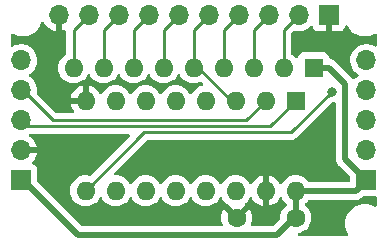
<source format=gbr>
%TF.GenerationSoftware,KiCad,Pcbnew,(6.0.2)*%
%TF.CreationDate,2022-04-17T17:53:03+09:00*%
%TF.ProjectId,input-74hc165,696e7075-742d-4373-9468-633136352e6b,rev?*%
%TF.SameCoordinates,Original*%
%TF.FileFunction,Copper,L1,Top*%
%TF.FilePolarity,Positive*%
%FSLAX46Y46*%
G04 Gerber Fmt 4.6, Leading zero omitted, Abs format (unit mm)*
G04 Created by KiCad (PCBNEW (6.0.2)) date 2022-04-17 17:53:03*
%MOMM*%
%LPD*%
G01*
G04 APERTURE LIST*
%TA.AperFunction,ComponentPad*%
%ADD10O,1.700000X1.700000*%
%TD*%
%TA.AperFunction,ComponentPad*%
%ADD11R,1.700000X1.700000*%
%TD*%
%TA.AperFunction,ComponentPad*%
%ADD12R,1.600000X1.600000*%
%TD*%
%TA.AperFunction,ComponentPad*%
%ADD13O,1.600000X1.600000*%
%TD*%
%TA.AperFunction,ComponentPad*%
%ADD14C,1.600000*%
%TD*%
%TA.AperFunction,ViaPad*%
%ADD15C,0.800000*%
%TD*%
%TA.AperFunction,Conductor*%
%ADD16C,0.500000*%
%TD*%
%TA.AperFunction,Conductor*%
%ADD17C,0.250000*%
%TD*%
G04 APERTURE END LIST*
D10*
%TO.P,IN1,5,Pin_5*%
%TO.N,/D_IN*%
X149987000Y-90165000D03*
%TO.P,IN1,4,Pin_4*%
%TO.N,/CLK*%
X149987000Y-92705000D03*
%TO.P,IN1,3,Pin_3*%
%TO.N,/LOAD*%
X149987000Y-95245000D03*
%TO.P,IN1,2,Pin_2*%
%TO.N,GND*%
X149987000Y-97785000D03*
D11*
%TO.P,IN1,1,Pin_1*%
%TO.N,VCC*%
X149987000Y-100325000D03*
%TD*%
D12*
%TO.P,74HC165_1,1,~{PL}*%
%TO.N,/LOAD*%
X173228000Y-93599000D03*
D13*
%TO.P,74HC165_1,2,CP*%
%TO.N,/CLK*%
X170688000Y-93599000D03*
%TO.P,74HC165_1,3,D4*%
%TO.N,/C_4*%
X168148000Y-93599000D03*
%TO.P,74HC165_1,4,D5*%
%TO.N,/C_3*%
X165608000Y-93599000D03*
%TO.P,74HC165_1,5,D6*%
%TO.N,/C_2*%
X163068000Y-93599000D03*
%TO.P,74HC165_1,6,D7*%
%TO.N,/C_1*%
X160528000Y-93599000D03*
%TO.P,74HC165_1,7,~{Q7}*%
%TO.N,unconnected-(74HC165_1-Pad7)*%
X157988000Y-93599000D03*
%TO.P,74HC165_1,8,GND*%
%TO.N,GND*%
X155448000Y-93599000D03*
%TO.P,74HC165_1,9,Q7*%
%TO.N,/D_OUT*%
X155448000Y-101219000D03*
%TO.P,74HC165_1,10,DS*%
%TO.N,/D_IN*%
X157988000Y-101219000D03*
%TO.P,74HC165_1,11,D0*%
%TO.N,/C_8*%
X160528000Y-101219000D03*
%TO.P,74HC165_1,12,D1*%
%TO.N,/C_7*%
X163068000Y-101219000D03*
%TO.P,74HC165_1,13,D2*%
%TO.N,/C_6*%
X165608000Y-101219000D03*
%TO.P,74HC165_1,14,D3*%
%TO.N,/C_5*%
X168148000Y-101219000D03*
%TO.P,74HC165_1,15,~{CE}*%
%TO.N,GND*%
X170688000Y-101219000D03*
%TO.P,74HC165_1,16,VCC*%
%TO.N,VCC*%
X173228000Y-101219000D03*
%TD*%
D12*
%TO.P,RN1,1,common*%
%TO.N,VCC*%
X174752000Y-90805000D03*
D13*
%TO.P,RN1,2,R1*%
%TO.N,/C_1*%
X172212000Y-90805000D03*
%TO.P,RN1,3,R2*%
%TO.N,/C_2*%
X169672000Y-90805000D03*
%TO.P,RN1,4,R3*%
%TO.N,/C_3*%
X167132000Y-90805000D03*
%TO.P,RN1,5,R4*%
%TO.N,/C_4*%
X164592000Y-90805000D03*
%TO.P,RN1,6,R5*%
%TO.N,/C_5*%
X162052000Y-90805000D03*
%TO.P,RN1,7,R6*%
%TO.N,/C_6*%
X159512000Y-90805000D03*
%TO.P,RN1,8,R7*%
%TO.N,/C_7*%
X156972000Y-90805000D03*
%TO.P,RN1,9,R8*%
%TO.N,/C_8*%
X154432000Y-90805000D03*
%TD*%
D11*
%TO.P,J1,1,Pin_1*%
%TO.N,GND*%
X176022000Y-86360000D03*
D10*
%TO.P,J1,2,Pin_2*%
%TO.N,/C_1*%
X173482000Y-86360000D03*
%TO.P,J1,3,Pin_3*%
%TO.N,/C_2*%
X170942000Y-86360000D03*
%TO.P,J1,4,Pin_4*%
%TO.N,/C_3*%
X168402000Y-86360000D03*
%TO.P,J1,5,Pin_5*%
%TO.N,/C_4*%
X165862000Y-86360000D03*
%TO.P,J1,6,Pin_6*%
%TO.N,/C_5*%
X163322000Y-86360000D03*
%TO.P,J1,7,Pin_7*%
%TO.N,/C_6*%
X160782000Y-86360000D03*
%TO.P,J1,8,Pin_8*%
%TO.N,/C_7*%
X158242000Y-86360000D03*
%TO.P,J1,9,Pin_9*%
%TO.N,/C_8*%
X155702000Y-86360000D03*
%TO.P,J1,10,Pin_10*%
%TO.N,GND*%
X153162000Y-86360000D03*
%TD*%
D11*
%TO.P,OUT1,1,Pin_1*%
%TO.N,VCC*%
X179197000Y-100325000D03*
D10*
%TO.P,OUT1,2,Pin_2*%
%TO.N,GND*%
X179197000Y-97785000D03*
%TO.P,OUT1,3,Pin_3*%
%TO.N,/LOAD*%
X179197000Y-95245000D03*
%TO.P,OUT1,4,Pin_4*%
%TO.N,/CLK*%
X179197000Y-92705000D03*
%TO.P,OUT1,5,Pin_5*%
%TO.N,/D_OUT*%
X179197000Y-90165000D03*
%TD*%
D14*
%TO.P,C1,1*%
%TO.N,VCC*%
X173228000Y-103505000D03*
%TO.P,C1,2*%
%TO.N,GND*%
X168228000Y-103505000D03*
%TD*%
D15*
%TO.N,GND*%
X162560000Y-98425000D03*
X156718000Y-97282000D03*
X177038000Y-88519000D03*
X174879000Y-88519000D03*
X152400000Y-99695000D03*
X176022000Y-102870000D03*
X176022000Y-104140000D03*
%TO.N,/D_OUT*%
X176276000Y-92837000D03*
%TO.N,GND*%
X167894000Y-97790000D03*
X153162000Y-100584000D03*
X170561000Y-97790000D03*
X169291000Y-97790000D03*
%TD*%
D16*
%TO.N,VCC*%
X176022000Y-90805000D02*
X174752000Y-90805000D01*
X177419000Y-92202000D02*
X176022000Y-90805000D01*
X177419000Y-98547000D02*
X177419000Y-92202000D01*
X179197000Y-100325000D02*
X177419000Y-98547000D01*
D17*
%TO.N,/LOAD*%
X150627000Y-95758000D02*
X150114000Y-95245000D01*
X150114000Y-95245000D02*
X149987000Y-95245000D01*
X173228000Y-93599000D02*
X171069000Y-95758000D01*
X171069000Y-95758000D02*
X150627000Y-95758000D01*
%TO.N,/D_OUT*%
X172847000Y-96266000D02*
X160401000Y-96266000D01*
X160401000Y-96266000D02*
X155448000Y-101219000D01*
X176276000Y-92837000D02*
X172847000Y-96266000D01*
%TO.N,/CLK*%
X152654000Y-95250000D02*
X150109000Y-92705000D01*
X170688000Y-93599000D02*
X169037000Y-95250000D01*
X169037000Y-95250000D02*
X152654000Y-95250000D01*
X150109000Y-92705000D02*
X149987000Y-92705000D01*
D16*
%TO.N,VCC*%
X178303000Y-101219000D02*
X173228000Y-101219000D01*
X179197000Y-100325000D02*
X178303000Y-101219000D01*
X173101000Y-103505000D02*
X173228000Y-103505000D01*
X171622520Y-104983480D02*
X173101000Y-103505000D01*
X154836089Y-104983480D02*
X171622520Y-104983480D01*
X150177609Y-100325000D02*
X154836089Y-104983480D01*
X149987000Y-100325000D02*
X150177609Y-100325000D01*
D17*
%TO.N,/C_4*%
X164973000Y-90805000D02*
X164592000Y-90805000D01*
X167640000Y-93472000D02*
X164973000Y-90805000D01*
X167640000Y-93599000D02*
X167640000Y-93472000D01*
D16*
%TO.N,VCC*%
X173228000Y-103505000D02*
X173228000Y-101219000D01*
D17*
%TO.N,/C_4*%
X164592000Y-87630000D02*
X164592000Y-90805000D01*
X165862000Y-86360000D02*
X164592000Y-87630000D01*
%TO.N,/C_3*%
X168402000Y-86360000D02*
X167132000Y-87630000D01*
X167132000Y-87630000D02*
X167132000Y-90805000D01*
%TO.N,/C_2*%
X169672000Y-90805000D02*
X169672000Y-87630000D01*
X169672000Y-87630000D02*
X170942000Y-86360000D01*
%TO.N,/C_1*%
X172212000Y-87630000D02*
X173482000Y-86360000D01*
X172212000Y-90805000D02*
X172212000Y-87630000D01*
%TO.N,/C_8*%
X154432000Y-90805000D02*
X154432000Y-87630000D01*
X154432000Y-87630000D02*
X155702000Y-86360000D01*
%TO.N,/C_7*%
X156972000Y-87630000D02*
X156972000Y-90805000D01*
X158242000Y-86360000D02*
X156972000Y-87630000D01*
%TO.N,/C_6*%
X159512000Y-87630000D02*
X159512000Y-90805000D01*
X160782000Y-86360000D02*
X159512000Y-87630000D01*
%TO.N,/C_5*%
X163322000Y-86360000D02*
X162052000Y-87630000D01*
X162052000Y-87630000D02*
X162052000Y-90805000D01*
%TD*%
%TA.AperFunction,Conductor*%
%TO.N,GND*%
G36*
X180028121Y-101703502D02*
G01*
X180074614Y-101757158D01*
X180086000Y-101809500D01*
X180086000Y-102474278D01*
X180065998Y-102542399D01*
X180012342Y-102588892D01*
X179942068Y-102598996D01*
X179894165Y-102581711D01*
X179826076Y-102539986D01*
X179821856Y-102537400D01*
X179817286Y-102535507D01*
X179817282Y-102535505D01*
X179586338Y-102439845D01*
X179586336Y-102439844D01*
X179581765Y-102437951D01*
X179492461Y-102416511D01*
X179333885Y-102378439D01*
X179333879Y-102378438D01*
X179329072Y-102377284D01*
X179070000Y-102356895D01*
X178810928Y-102377284D01*
X178806121Y-102378438D01*
X178806115Y-102378439D01*
X178647539Y-102416511D01*
X178558235Y-102437951D01*
X178553664Y-102439844D01*
X178553662Y-102439845D01*
X178322718Y-102535505D01*
X178322714Y-102535507D01*
X178318144Y-102537400D01*
X178096566Y-102673183D01*
X178092806Y-102676395D01*
X178092801Y-102676398D01*
X177959881Y-102789923D01*
X177898957Y-102841957D01*
X177895744Y-102845719D01*
X177733398Y-103035801D01*
X177733395Y-103035806D01*
X177730183Y-103039566D01*
X177594400Y-103261144D01*
X177592507Y-103265714D01*
X177592505Y-103265718D01*
X177500514Y-103487804D01*
X177494951Y-103501235D01*
X177493796Y-103506047D01*
X177435439Y-103749115D01*
X177435438Y-103749121D01*
X177434284Y-103753928D01*
X177414418Y-104006350D01*
X177413895Y-104013000D01*
X177434284Y-104272072D01*
X177435438Y-104276879D01*
X177435439Y-104276885D01*
X177471701Y-104427922D01*
X177494951Y-104524765D01*
X177496844Y-104529336D01*
X177496845Y-104529338D01*
X177583808Y-104739284D01*
X177594400Y-104764856D01*
X177596986Y-104769076D01*
X177638711Y-104837165D01*
X177657249Y-104905699D01*
X177635793Y-104973375D01*
X177581153Y-105018708D01*
X177531278Y-105029000D01*
X173553075Y-105029000D01*
X173484954Y-105008998D01*
X173438461Y-104955342D01*
X173428357Y-104885068D01*
X173457851Y-104820488D01*
X173520464Y-104781293D01*
X173566059Y-104769076D01*
X173598878Y-104760282D01*
X173671933Y-104740707D01*
X173671935Y-104740706D01*
X173677243Y-104739284D01*
X173682225Y-104736961D01*
X173879762Y-104644849D01*
X173879767Y-104644846D01*
X173884749Y-104642523D01*
X174044583Y-104530606D01*
X174067789Y-104514357D01*
X174067792Y-104514355D01*
X174072300Y-104511198D01*
X174234198Y-104349300D01*
X174365523Y-104161749D01*
X174367846Y-104156767D01*
X174367849Y-104156762D01*
X174459961Y-103959225D01*
X174459961Y-103959224D01*
X174462284Y-103954243D01*
X174502522Y-103804076D01*
X174520119Y-103738402D01*
X174520119Y-103738400D01*
X174521543Y-103733087D01*
X174541498Y-103505000D01*
X174521543Y-103276913D01*
X174484981Y-103140461D01*
X174463707Y-103061067D01*
X174463706Y-103061065D01*
X174462284Y-103055757D01*
X174459961Y-103050775D01*
X174367849Y-102853238D01*
X174367846Y-102853233D01*
X174365523Y-102848251D01*
X174242939Y-102673183D01*
X174237357Y-102665211D01*
X174237355Y-102665208D01*
X174234198Y-102660700D01*
X174072300Y-102498802D01*
X174040229Y-102476345D01*
X173995901Y-102420890D01*
X173986500Y-102373133D01*
X173986500Y-102350867D01*
X174006502Y-102282746D01*
X174040228Y-102247655D01*
X174072300Y-102225198D01*
X174234198Y-102063300D01*
X174256655Y-102031229D01*
X174312110Y-101986901D01*
X174359867Y-101977500D01*
X178235930Y-101977500D01*
X178254880Y-101978933D01*
X178269115Y-101981099D01*
X178269119Y-101981099D01*
X178276349Y-101982199D01*
X178283641Y-101981606D01*
X178283644Y-101981606D01*
X178329018Y-101977915D01*
X178339233Y-101977500D01*
X178347293Y-101977500D01*
X178360583Y-101975951D01*
X178375507Y-101974211D01*
X178379882Y-101973778D01*
X178445339Y-101968454D01*
X178445342Y-101968453D01*
X178452637Y-101967860D01*
X178459601Y-101965604D01*
X178465560Y-101964413D01*
X178471415Y-101963029D01*
X178478681Y-101962182D01*
X178547327Y-101937265D01*
X178551455Y-101935848D01*
X178613936Y-101915607D01*
X178613938Y-101915606D01*
X178620899Y-101913351D01*
X178627154Y-101909555D01*
X178632628Y-101907049D01*
X178638058Y-101904330D01*
X178644937Y-101901833D01*
X178678227Y-101880007D01*
X178705976Y-101861814D01*
X178709680Y-101859477D01*
X178772107Y-101821595D01*
X178780484Y-101814197D01*
X178780508Y-101814224D01*
X178783500Y-101811571D01*
X178786733Y-101808868D01*
X178792852Y-101804856D01*
X178846128Y-101748617D01*
X178848506Y-101746175D01*
X178874276Y-101720405D01*
X178936588Y-101686379D01*
X178963371Y-101683500D01*
X179960000Y-101683500D01*
X180028121Y-101703502D01*
G37*
%TD.AperFunction*%
%TA.AperFunction,Conductor*%
G36*
X176579094Y-93721821D02*
G01*
X176635727Y-93764638D01*
X176660220Y-93831276D01*
X176660500Y-93839666D01*
X176660500Y-98479930D01*
X176659067Y-98498880D01*
X176655801Y-98520349D01*
X176656394Y-98527641D01*
X176656394Y-98527644D01*
X176660085Y-98573018D01*
X176660500Y-98583233D01*
X176660500Y-98591293D01*
X176660925Y-98594937D01*
X176663789Y-98619507D01*
X176664222Y-98623882D01*
X176668121Y-98671812D01*
X176670140Y-98696637D01*
X176672396Y-98703601D01*
X176673587Y-98709560D01*
X176674971Y-98715415D01*
X176675818Y-98722681D01*
X176700735Y-98791327D01*
X176702152Y-98795455D01*
X176724649Y-98864899D01*
X176728445Y-98871154D01*
X176730951Y-98876628D01*
X176733670Y-98882058D01*
X176736167Y-98888937D01*
X176740180Y-98895057D01*
X176740180Y-98895058D01*
X176776186Y-98949976D01*
X176778523Y-98953680D01*
X176816405Y-99016107D01*
X176820121Y-99020315D01*
X176820122Y-99020316D01*
X176823803Y-99024484D01*
X176823776Y-99024508D01*
X176826429Y-99027500D01*
X176829132Y-99030733D01*
X176833144Y-99036852D01*
X176838456Y-99041884D01*
X176889383Y-99090128D01*
X176891825Y-99092506D01*
X177801595Y-100002276D01*
X177835621Y-100064588D01*
X177838500Y-100091371D01*
X177838500Y-100334500D01*
X177818498Y-100402621D01*
X177764842Y-100449114D01*
X177712500Y-100460500D01*
X174359867Y-100460500D01*
X174291746Y-100440498D01*
X174256655Y-100406772D01*
X174234198Y-100374700D01*
X174072300Y-100212802D01*
X174067792Y-100209645D01*
X174067789Y-100209643D01*
X173989611Y-100154902D01*
X173884749Y-100081477D01*
X173879767Y-100079154D01*
X173879762Y-100079151D01*
X173682225Y-99987039D01*
X173682224Y-99987039D01*
X173677243Y-99984716D01*
X173671935Y-99983294D01*
X173671933Y-99983293D01*
X173461402Y-99926881D01*
X173461400Y-99926881D01*
X173456087Y-99925457D01*
X173228000Y-99905502D01*
X172999913Y-99925457D01*
X172994600Y-99926881D01*
X172994598Y-99926881D01*
X172784067Y-99983293D01*
X172784065Y-99983294D01*
X172778757Y-99984716D01*
X172773776Y-99987039D01*
X172773775Y-99987039D01*
X172576238Y-100079151D01*
X172576233Y-100079154D01*
X172571251Y-100081477D01*
X172466389Y-100154902D01*
X172388211Y-100209643D01*
X172388208Y-100209645D01*
X172383700Y-100212802D01*
X172221802Y-100374700D01*
X172218645Y-100379208D01*
X172218643Y-100379211D01*
X172202251Y-100402621D01*
X172090477Y-100562251D01*
X172088154Y-100567233D01*
X172088151Y-100567238D01*
X172071919Y-100602049D01*
X172025002Y-100655334D01*
X171956725Y-100674795D01*
X171888765Y-100654253D01*
X171843529Y-100602049D01*
X171827414Y-100567489D01*
X171821931Y-100557993D01*
X171696972Y-100379533D01*
X171689916Y-100371125D01*
X171535875Y-100217084D01*
X171527467Y-100210028D01*
X171349007Y-100085069D01*
X171339511Y-100079586D01*
X171142053Y-99987510D01*
X171131761Y-99983764D01*
X170959497Y-99937606D01*
X170945401Y-99937942D01*
X170942000Y-99945884D01*
X170942000Y-102486967D01*
X170945973Y-102500498D01*
X170954522Y-102501727D01*
X171131761Y-102454236D01*
X171142053Y-102450490D01*
X171339511Y-102358414D01*
X171349007Y-102352931D01*
X171527467Y-102227972D01*
X171535875Y-102220916D01*
X171689916Y-102066875D01*
X171696972Y-102058467D01*
X171821931Y-101880007D01*
X171827414Y-101870511D01*
X171843529Y-101835951D01*
X171890446Y-101782666D01*
X171958723Y-101763205D01*
X172026683Y-101783747D01*
X172071919Y-101835951D01*
X172088151Y-101870762D01*
X172088154Y-101870767D01*
X172090477Y-101875749D01*
X172221802Y-102063300D01*
X172383700Y-102225198D01*
X172415771Y-102247655D01*
X172460099Y-102303110D01*
X172469500Y-102350867D01*
X172469500Y-102373133D01*
X172449498Y-102441254D01*
X172415772Y-102476345D01*
X172383700Y-102498802D01*
X172221802Y-102660700D01*
X172218645Y-102665208D01*
X172218643Y-102665211D01*
X172213061Y-102673183D01*
X172090477Y-102848251D01*
X172088154Y-102853233D01*
X172088151Y-102853238D01*
X171996039Y-103050775D01*
X171993716Y-103055757D01*
X171992294Y-103061065D01*
X171992293Y-103061067D01*
X171971019Y-103140461D01*
X171934457Y-103276913D01*
X171914502Y-103505000D01*
X171914982Y-103510483D01*
X171918538Y-103551129D01*
X171904550Y-103620734D01*
X171882113Y-103651206D01*
X171345244Y-104188075D01*
X171282932Y-104222101D01*
X171256149Y-104224980D01*
X169533267Y-104224980D01*
X169465146Y-104204978D01*
X169418653Y-104151322D01*
X169408549Y-104081048D01*
X169419072Y-104045730D01*
X169459490Y-103959053D01*
X169463236Y-103948761D01*
X169519625Y-103738312D01*
X169521528Y-103727519D01*
X169540517Y-103510475D01*
X169540517Y-103499525D01*
X169521528Y-103282481D01*
X169519625Y-103271688D01*
X169463236Y-103061239D01*
X169459490Y-103050947D01*
X169367414Y-102853489D01*
X169361931Y-102843994D01*
X169325491Y-102791952D01*
X169315012Y-102783576D01*
X169301566Y-102790644D01*
X168317095Y-103775115D01*
X168254783Y-103809141D01*
X168183968Y-103804076D01*
X168138905Y-103775115D01*
X167153713Y-102789923D01*
X167141938Y-102783493D01*
X167129923Y-102792789D01*
X167094069Y-102843994D01*
X167088586Y-102853489D01*
X166996510Y-103050947D01*
X166992764Y-103061239D01*
X166936375Y-103271688D01*
X166934472Y-103282481D01*
X166915483Y-103499525D01*
X166915483Y-103510475D01*
X166934472Y-103727519D01*
X166936375Y-103738312D01*
X166992764Y-103948761D01*
X166996510Y-103959053D01*
X167036928Y-104045730D01*
X167047589Y-104115922D01*
X167018609Y-104180735D01*
X166959189Y-104219591D01*
X166922733Y-104224980D01*
X155202460Y-104224980D01*
X155134339Y-104204978D01*
X155113365Y-104188075D01*
X151382405Y-100457115D01*
X151348379Y-100394803D01*
X151345500Y-100368020D01*
X151345500Y-99426866D01*
X151338745Y-99364684D01*
X151287615Y-99228295D01*
X151200261Y-99111739D01*
X151083705Y-99024385D01*
X150964687Y-98979767D01*
X150907923Y-98937125D01*
X150883223Y-98870564D01*
X150898430Y-98801215D01*
X150919977Y-98772535D01*
X151021052Y-98671812D01*
X151027730Y-98663965D01*
X151152003Y-98491020D01*
X151157313Y-98482183D01*
X151251670Y-98291267D01*
X151255469Y-98281672D01*
X151317377Y-98077910D01*
X151319555Y-98067837D01*
X151320986Y-98056962D01*
X151318775Y-98042778D01*
X151305617Y-98039000D01*
X149859000Y-98039000D01*
X149790879Y-98018998D01*
X149744386Y-97965342D01*
X149733000Y-97913000D01*
X149733000Y-97657000D01*
X149753002Y-97588879D01*
X149806658Y-97542386D01*
X149859000Y-97531000D01*
X151305344Y-97531000D01*
X151318875Y-97527027D01*
X151320180Y-97517947D01*
X151278214Y-97350875D01*
X151274894Y-97341124D01*
X151189972Y-97145814D01*
X151185105Y-97136739D01*
X151069426Y-96957926D01*
X151063136Y-96949757D01*
X150919806Y-96792240D01*
X150912273Y-96785215D01*
X150745139Y-96653222D01*
X150736552Y-96647517D01*
X150700850Y-96627808D01*
X150650879Y-96577375D01*
X150636108Y-96507932D01*
X150661225Y-96441527D01*
X150718256Y-96399243D01*
X150761744Y-96391500D01*
X159075406Y-96391500D01*
X159143527Y-96411502D01*
X159190020Y-96465158D01*
X159200124Y-96535432D01*
X159170630Y-96600012D01*
X159164501Y-96606595D01*
X155861248Y-99909848D01*
X155798936Y-99943874D01*
X155739541Y-99942459D01*
X155681409Y-99926882D01*
X155681398Y-99926880D01*
X155676087Y-99925457D01*
X155448000Y-99905502D01*
X155219913Y-99925457D01*
X155214600Y-99926881D01*
X155214598Y-99926881D01*
X155004067Y-99983293D01*
X155004065Y-99983294D01*
X154998757Y-99984716D01*
X154993776Y-99987039D01*
X154993775Y-99987039D01*
X154796238Y-100079151D01*
X154796233Y-100079154D01*
X154791251Y-100081477D01*
X154686389Y-100154902D01*
X154608211Y-100209643D01*
X154608208Y-100209645D01*
X154603700Y-100212802D01*
X154441802Y-100374700D01*
X154438645Y-100379208D01*
X154438643Y-100379211D01*
X154422251Y-100402621D01*
X154310477Y-100562251D01*
X154308154Y-100567233D01*
X154308151Y-100567238D01*
X154308034Y-100567489D01*
X154213716Y-100769757D01*
X154154457Y-100990913D01*
X154134502Y-101219000D01*
X154154457Y-101447087D01*
X154213716Y-101668243D01*
X154216039Y-101673224D01*
X154216039Y-101673225D01*
X154308151Y-101870762D01*
X154308154Y-101870767D01*
X154310477Y-101875749D01*
X154441802Y-102063300D01*
X154603700Y-102225198D01*
X154608208Y-102228355D01*
X154608211Y-102228357D01*
X154620429Y-102236912D01*
X154791251Y-102356523D01*
X154796233Y-102358846D01*
X154796238Y-102358849D01*
X154972958Y-102441254D01*
X154998757Y-102453284D01*
X155004065Y-102454706D01*
X155004067Y-102454707D01*
X155214598Y-102511119D01*
X155214600Y-102511119D01*
X155219913Y-102512543D01*
X155448000Y-102532498D01*
X155676087Y-102512543D01*
X155681400Y-102511119D01*
X155681402Y-102511119D01*
X155891933Y-102454707D01*
X155891935Y-102454706D01*
X155897243Y-102453284D01*
X155923042Y-102441254D01*
X156099762Y-102358849D01*
X156099767Y-102358846D01*
X156104749Y-102356523D01*
X156275571Y-102236912D01*
X156287789Y-102228357D01*
X156287792Y-102228355D01*
X156292300Y-102225198D01*
X156454198Y-102063300D01*
X156585523Y-101875749D01*
X156587846Y-101870767D01*
X156587849Y-101870762D01*
X156603805Y-101836543D01*
X156650722Y-101783258D01*
X156718999Y-101763797D01*
X156786959Y-101784339D01*
X156832195Y-101836543D01*
X156848151Y-101870762D01*
X156848154Y-101870767D01*
X156850477Y-101875749D01*
X156981802Y-102063300D01*
X157143700Y-102225198D01*
X157148208Y-102228355D01*
X157148211Y-102228357D01*
X157160429Y-102236912D01*
X157331251Y-102356523D01*
X157336233Y-102358846D01*
X157336238Y-102358849D01*
X157512958Y-102441254D01*
X157538757Y-102453284D01*
X157544065Y-102454706D01*
X157544067Y-102454707D01*
X157754598Y-102511119D01*
X157754600Y-102511119D01*
X157759913Y-102512543D01*
X157988000Y-102532498D01*
X158216087Y-102512543D01*
X158221400Y-102511119D01*
X158221402Y-102511119D01*
X158431933Y-102454707D01*
X158431935Y-102454706D01*
X158437243Y-102453284D01*
X158463042Y-102441254D01*
X158639762Y-102358849D01*
X158639767Y-102358846D01*
X158644749Y-102356523D01*
X158815571Y-102236912D01*
X158827789Y-102228357D01*
X158827792Y-102228355D01*
X158832300Y-102225198D01*
X158994198Y-102063300D01*
X159125523Y-101875749D01*
X159127846Y-101870767D01*
X159127849Y-101870762D01*
X159143805Y-101836543D01*
X159190722Y-101783258D01*
X159258999Y-101763797D01*
X159326959Y-101784339D01*
X159372195Y-101836543D01*
X159388151Y-101870762D01*
X159388154Y-101870767D01*
X159390477Y-101875749D01*
X159521802Y-102063300D01*
X159683700Y-102225198D01*
X159688208Y-102228355D01*
X159688211Y-102228357D01*
X159700429Y-102236912D01*
X159871251Y-102356523D01*
X159876233Y-102358846D01*
X159876238Y-102358849D01*
X160052958Y-102441254D01*
X160078757Y-102453284D01*
X160084065Y-102454706D01*
X160084067Y-102454707D01*
X160294598Y-102511119D01*
X160294600Y-102511119D01*
X160299913Y-102512543D01*
X160528000Y-102532498D01*
X160756087Y-102512543D01*
X160761400Y-102511119D01*
X160761402Y-102511119D01*
X160971933Y-102454707D01*
X160971935Y-102454706D01*
X160977243Y-102453284D01*
X161003042Y-102441254D01*
X161179762Y-102358849D01*
X161179767Y-102358846D01*
X161184749Y-102356523D01*
X161355571Y-102236912D01*
X161367789Y-102228357D01*
X161367792Y-102228355D01*
X161372300Y-102225198D01*
X161534198Y-102063300D01*
X161665523Y-101875749D01*
X161667846Y-101870767D01*
X161667849Y-101870762D01*
X161683805Y-101836543D01*
X161730722Y-101783258D01*
X161798999Y-101763797D01*
X161866959Y-101784339D01*
X161912195Y-101836543D01*
X161928151Y-101870762D01*
X161928154Y-101870767D01*
X161930477Y-101875749D01*
X162061802Y-102063300D01*
X162223700Y-102225198D01*
X162228208Y-102228355D01*
X162228211Y-102228357D01*
X162240429Y-102236912D01*
X162411251Y-102356523D01*
X162416233Y-102358846D01*
X162416238Y-102358849D01*
X162592958Y-102441254D01*
X162618757Y-102453284D01*
X162624065Y-102454706D01*
X162624067Y-102454707D01*
X162834598Y-102511119D01*
X162834600Y-102511119D01*
X162839913Y-102512543D01*
X163068000Y-102532498D01*
X163296087Y-102512543D01*
X163301400Y-102511119D01*
X163301402Y-102511119D01*
X163511933Y-102454707D01*
X163511935Y-102454706D01*
X163517243Y-102453284D01*
X163543042Y-102441254D01*
X163719762Y-102358849D01*
X163719767Y-102358846D01*
X163724749Y-102356523D01*
X163895571Y-102236912D01*
X163907789Y-102228357D01*
X163907792Y-102228355D01*
X163912300Y-102225198D01*
X164074198Y-102063300D01*
X164205523Y-101875749D01*
X164207846Y-101870767D01*
X164207849Y-101870762D01*
X164223805Y-101836543D01*
X164270722Y-101783258D01*
X164338999Y-101763797D01*
X164406959Y-101784339D01*
X164452195Y-101836543D01*
X164468151Y-101870762D01*
X164468154Y-101870767D01*
X164470477Y-101875749D01*
X164601802Y-102063300D01*
X164763700Y-102225198D01*
X164768208Y-102228355D01*
X164768211Y-102228357D01*
X164780429Y-102236912D01*
X164951251Y-102356523D01*
X164956233Y-102358846D01*
X164956238Y-102358849D01*
X165132958Y-102441254D01*
X165158757Y-102453284D01*
X165164065Y-102454706D01*
X165164067Y-102454707D01*
X165374598Y-102511119D01*
X165374600Y-102511119D01*
X165379913Y-102512543D01*
X165608000Y-102532498D01*
X165836087Y-102512543D01*
X165841400Y-102511119D01*
X165841402Y-102511119D01*
X166051933Y-102454707D01*
X166051935Y-102454706D01*
X166057243Y-102453284D01*
X166083042Y-102441254D01*
X166259762Y-102358849D01*
X166259767Y-102358846D01*
X166264749Y-102356523D01*
X166435571Y-102236912D01*
X166447789Y-102228357D01*
X166447792Y-102228355D01*
X166452300Y-102225198D01*
X166614198Y-102063300D01*
X166745523Y-101875749D01*
X166747846Y-101870767D01*
X166747849Y-101870762D01*
X166763805Y-101836543D01*
X166810722Y-101783258D01*
X166878999Y-101763797D01*
X166946959Y-101784339D01*
X166992195Y-101836543D01*
X167008151Y-101870762D01*
X167008154Y-101870767D01*
X167010477Y-101875749D01*
X167141802Y-102063300D01*
X167303700Y-102225198D01*
X167308208Y-102228355D01*
X167308211Y-102228357D01*
X167320429Y-102236912D01*
X167449535Y-102327313D01*
X167493862Y-102382769D01*
X167496045Y-102397952D01*
X167513644Y-102431434D01*
X168215188Y-103132978D01*
X168229132Y-103140592D01*
X168230965Y-103140461D01*
X168237580Y-103136210D01*
X168943077Y-102430713D01*
X168949507Y-102418938D01*
X168948182Y-102417225D01*
X168922319Y-102351107D01*
X168936309Y-102281502D01*
X168975569Y-102236913D01*
X168992300Y-102225198D01*
X169154198Y-102063300D01*
X169285523Y-101875749D01*
X169287846Y-101870767D01*
X169287849Y-101870762D01*
X169304081Y-101835951D01*
X169350998Y-101782666D01*
X169419275Y-101763205D01*
X169487235Y-101783747D01*
X169532471Y-101835951D01*
X169548586Y-101870511D01*
X169554069Y-101880007D01*
X169679028Y-102058467D01*
X169686084Y-102066875D01*
X169840125Y-102220916D01*
X169848533Y-102227972D01*
X170026993Y-102352931D01*
X170036489Y-102358414D01*
X170233947Y-102450490D01*
X170244239Y-102454236D01*
X170416503Y-102500394D01*
X170430599Y-102500058D01*
X170434000Y-102492116D01*
X170434000Y-99951033D01*
X170430027Y-99937502D01*
X170421478Y-99936273D01*
X170244239Y-99983764D01*
X170233947Y-99987510D01*
X170036489Y-100079586D01*
X170026993Y-100085069D01*
X169848533Y-100210028D01*
X169840125Y-100217084D01*
X169686084Y-100371125D01*
X169679028Y-100379533D01*
X169554069Y-100557993D01*
X169548586Y-100567489D01*
X169532471Y-100602049D01*
X169485554Y-100655334D01*
X169417277Y-100674795D01*
X169349317Y-100654253D01*
X169304081Y-100602049D01*
X169287849Y-100567238D01*
X169287846Y-100567233D01*
X169285523Y-100562251D01*
X169173749Y-100402621D01*
X169157357Y-100379211D01*
X169157355Y-100379208D01*
X169154198Y-100374700D01*
X168992300Y-100212802D01*
X168987792Y-100209645D01*
X168987789Y-100209643D01*
X168909611Y-100154902D01*
X168804749Y-100081477D01*
X168799767Y-100079154D01*
X168799762Y-100079151D01*
X168602225Y-99987039D01*
X168602224Y-99987039D01*
X168597243Y-99984716D01*
X168591935Y-99983294D01*
X168591933Y-99983293D01*
X168381402Y-99926881D01*
X168381400Y-99926881D01*
X168376087Y-99925457D01*
X168148000Y-99905502D01*
X167919913Y-99925457D01*
X167914600Y-99926881D01*
X167914598Y-99926881D01*
X167704067Y-99983293D01*
X167704065Y-99983294D01*
X167698757Y-99984716D01*
X167693776Y-99987039D01*
X167693775Y-99987039D01*
X167496238Y-100079151D01*
X167496233Y-100079154D01*
X167491251Y-100081477D01*
X167386389Y-100154902D01*
X167308211Y-100209643D01*
X167308208Y-100209645D01*
X167303700Y-100212802D01*
X167141802Y-100374700D01*
X167138645Y-100379208D01*
X167138643Y-100379211D01*
X167122251Y-100402621D01*
X167010477Y-100562251D01*
X167008154Y-100567233D01*
X167008151Y-100567238D01*
X166992195Y-100601457D01*
X166945278Y-100654742D01*
X166877001Y-100674203D01*
X166809041Y-100653661D01*
X166763805Y-100601457D01*
X166747849Y-100567238D01*
X166747846Y-100567233D01*
X166745523Y-100562251D01*
X166633749Y-100402621D01*
X166617357Y-100379211D01*
X166617355Y-100379208D01*
X166614198Y-100374700D01*
X166452300Y-100212802D01*
X166447792Y-100209645D01*
X166447789Y-100209643D01*
X166369611Y-100154902D01*
X166264749Y-100081477D01*
X166259767Y-100079154D01*
X166259762Y-100079151D01*
X166062225Y-99987039D01*
X166062224Y-99987039D01*
X166057243Y-99984716D01*
X166051935Y-99983294D01*
X166051933Y-99983293D01*
X165841402Y-99926881D01*
X165841400Y-99926881D01*
X165836087Y-99925457D01*
X165608000Y-99905502D01*
X165379913Y-99925457D01*
X165374600Y-99926881D01*
X165374598Y-99926881D01*
X165164067Y-99983293D01*
X165164065Y-99983294D01*
X165158757Y-99984716D01*
X165153776Y-99987039D01*
X165153775Y-99987039D01*
X164956238Y-100079151D01*
X164956233Y-100079154D01*
X164951251Y-100081477D01*
X164846389Y-100154902D01*
X164768211Y-100209643D01*
X164768208Y-100209645D01*
X164763700Y-100212802D01*
X164601802Y-100374700D01*
X164598645Y-100379208D01*
X164598643Y-100379211D01*
X164582251Y-100402621D01*
X164470477Y-100562251D01*
X164468154Y-100567233D01*
X164468151Y-100567238D01*
X164452195Y-100601457D01*
X164405278Y-100654742D01*
X164337001Y-100674203D01*
X164269041Y-100653661D01*
X164223805Y-100601457D01*
X164207849Y-100567238D01*
X164207846Y-100567233D01*
X164205523Y-100562251D01*
X164093749Y-100402621D01*
X164077357Y-100379211D01*
X164077355Y-100379208D01*
X164074198Y-100374700D01*
X163912300Y-100212802D01*
X163907792Y-100209645D01*
X163907789Y-100209643D01*
X163829611Y-100154902D01*
X163724749Y-100081477D01*
X163719767Y-100079154D01*
X163719762Y-100079151D01*
X163522225Y-99987039D01*
X163522224Y-99987039D01*
X163517243Y-99984716D01*
X163511935Y-99983294D01*
X163511933Y-99983293D01*
X163301402Y-99926881D01*
X163301400Y-99926881D01*
X163296087Y-99925457D01*
X163068000Y-99905502D01*
X162839913Y-99925457D01*
X162834600Y-99926881D01*
X162834598Y-99926881D01*
X162624067Y-99983293D01*
X162624065Y-99983294D01*
X162618757Y-99984716D01*
X162613776Y-99987039D01*
X162613775Y-99987039D01*
X162416238Y-100079151D01*
X162416233Y-100079154D01*
X162411251Y-100081477D01*
X162306389Y-100154902D01*
X162228211Y-100209643D01*
X162228208Y-100209645D01*
X162223700Y-100212802D01*
X162061802Y-100374700D01*
X162058645Y-100379208D01*
X162058643Y-100379211D01*
X162042251Y-100402621D01*
X161930477Y-100562251D01*
X161928154Y-100567233D01*
X161928151Y-100567238D01*
X161912195Y-100601457D01*
X161865278Y-100654742D01*
X161797001Y-100674203D01*
X161729041Y-100653661D01*
X161683805Y-100601457D01*
X161667849Y-100567238D01*
X161667846Y-100567233D01*
X161665523Y-100562251D01*
X161553749Y-100402621D01*
X161537357Y-100379211D01*
X161537355Y-100379208D01*
X161534198Y-100374700D01*
X161372300Y-100212802D01*
X161367792Y-100209645D01*
X161367789Y-100209643D01*
X161289611Y-100154902D01*
X161184749Y-100081477D01*
X161179767Y-100079154D01*
X161179762Y-100079151D01*
X160982225Y-99987039D01*
X160982224Y-99987039D01*
X160977243Y-99984716D01*
X160971935Y-99983294D01*
X160971933Y-99983293D01*
X160761402Y-99926881D01*
X160761400Y-99926881D01*
X160756087Y-99925457D01*
X160528000Y-99905502D01*
X160299913Y-99925457D01*
X160294600Y-99926881D01*
X160294598Y-99926881D01*
X160084067Y-99983293D01*
X160084065Y-99983294D01*
X160078757Y-99984716D01*
X160073776Y-99987039D01*
X160073775Y-99987039D01*
X159876238Y-100079151D01*
X159876233Y-100079154D01*
X159871251Y-100081477D01*
X159766389Y-100154902D01*
X159688211Y-100209643D01*
X159688208Y-100209645D01*
X159683700Y-100212802D01*
X159521802Y-100374700D01*
X159518645Y-100379208D01*
X159518643Y-100379211D01*
X159502251Y-100402621D01*
X159390477Y-100562251D01*
X159388154Y-100567233D01*
X159388151Y-100567238D01*
X159372195Y-100601457D01*
X159325278Y-100654742D01*
X159257001Y-100674203D01*
X159189041Y-100653661D01*
X159143805Y-100601457D01*
X159127849Y-100567238D01*
X159127846Y-100567233D01*
X159125523Y-100562251D01*
X159013749Y-100402621D01*
X158997357Y-100379211D01*
X158997355Y-100379208D01*
X158994198Y-100374700D01*
X158832300Y-100212802D01*
X158827792Y-100209645D01*
X158827789Y-100209643D01*
X158749611Y-100154902D01*
X158644749Y-100081477D01*
X158639767Y-100079154D01*
X158639762Y-100079151D01*
X158442225Y-99987039D01*
X158442224Y-99987039D01*
X158437243Y-99984716D01*
X158431935Y-99983294D01*
X158431933Y-99983293D01*
X158221402Y-99926881D01*
X158221400Y-99926881D01*
X158216087Y-99925457D01*
X157988000Y-99905502D01*
X157982525Y-99905981D01*
X157982514Y-99905981D01*
X157970570Y-99907026D01*
X157900965Y-99893038D01*
X157849973Y-99843639D01*
X157833782Y-99774513D01*
X157857534Y-99707607D01*
X157870493Y-99692411D01*
X160626500Y-96936405D01*
X160688812Y-96902379D01*
X160715595Y-96899500D01*
X172768233Y-96899500D01*
X172779416Y-96900027D01*
X172786909Y-96901702D01*
X172794835Y-96901453D01*
X172794836Y-96901453D01*
X172854986Y-96899562D01*
X172858945Y-96899500D01*
X172886856Y-96899500D01*
X172890791Y-96899003D01*
X172890856Y-96898995D01*
X172902693Y-96898062D01*
X172934951Y-96897048D01*
X172938970Y-96896922D01*
X172946889Y-96896673D01*
X172966343Y-96891021D01*
X172985700Y-96887013D01*
X172997930Y-96885468D01*
X172997931Y-96885468D01*
X173005797Y-96884474D01*
X173013168Y-96881555D01*
X173013170Y-96881555D01*
X173046912Y-96868196D01*
X173058142Y-96864351D01*
X173092983Y-96854229D01*
X173092984Y-96854229D01*
X173100593Y-96852018D01*
X173107412Y-96847985D01*
X173107417Y-96847983D01*
X173118028Y-96841707D01*
X173135776Y-96833012D01*
X173154617Y-96825552D01*
X173190387Y-96799564D01*
X173200307Y-96793048D01*
X173231535Y-96774580D01*
X173231538Y-96774578D01*
X173238362Y-96770542D01*
X173252683Y-96756221D01*
X173267717Y-96743380D01*
X173277694Y-96736131D01*
X173284107Y-96731472D01*
X173312298Y-96697395D01*
X173320288Y-96688616D01*
X176226499Y-93782405D01*
X176288811Y-93748379D01*
X176315594Y-93745500D01*
X176371487Y-93745500D01*
X176377939Y-93744128D01*
X176377944Y-93744128D01*
X176508303Y-93716419D01*
X176579094Y-93721821D01*
G37*
%TD.AperFunction*%
%TA.AperFunction,Conductor*%
G36*
X153358121Y-86126002D02*
G01*
X153404614Y-86179658D01*
X153416000Y-86232000D01*
X153416000Y-87678517D01*
X153420064Y-87692359D01*
X153433478Y-87694393D01*
X153440184Y-87693534D01*
X153450262Y-87691392D01*
X153636292Y-87635580D01*
X153707288Y-87635164D01*
X153767238Y-87673196D01*
X153797110Y-87737602D01*
X153798500Y-87756266D01*
X153798500Y-89585606D01*
X153778498Y-89653727D01*
X153744771Y-89688819D01*
X153592211Y-89795643D01*
X153592208Y-89795645D01*
X153587700Y-89798802D01*
X153425802Y-89960700D01*
X153294477Y-90148251D01*
X153292154Y-90153233D01*
X153292151Y-90153238D01*
X153222934Y-90301677D01*
X153197716Y-90355757D01*
X153196294Y-90361065D01*
X153196293Y-90361067D01*
X153139881Y-90571598D01*
X153138457Y-90576913D01*
X153118502Y-90805000D01*
X153138457Y-91033087D01*
X153139881Y-91038400D01*
X153139881Y-91038402D01*
X153184836Y-91206173D01*
X153197716Y-91254243D01*
X153200039Y-91259224D01*
X153200039Y-91259225D01*
X153292151Y-91456762D01*
X153292154Y-91456767D01*
X153294477Y-91461749D01*
X153425802Y-91649300D01*
X153587700Y-91811198D01*
X153592208Y-91814355D01*
X153592211Y-91814357D01*
X153633542Y-91843297D01*
X153775251Y-91942523D01*
X153780233Y-91944846D01*
X153780238Y-91944849D01*
X153977771Y-92036959D01*
X153982757Y-92039284D01*
X153988065Y-92040706D01*
X153988067Y-92040707D01*
X154198598Y-92097119D01*
X154198600Y-92097119D01*
X154203913Y-92098543D01*
X154432000Y-92118498D01*
X154660087Y-92098543D01*
X154665400Y-92097119D01*
X154665402Y-92097119D01*
X154875933Y-92040707D01*
X154875935Y-92040706D01*
X154881243Y-92039284D01*
X154886229Y-92036959D01*
X155083762Y-91944849D01*
X155083767Y-91944846D01*
X155088749Y-91942523D01*
X155230458Y-91843297D01*
X155271789Y-91814357D01*
X155271792Y-91814355D01*
X155276300Y-91811198D01*
X155438198Y-91649300D01*
X155569523Y-91461749D01*
X155571846Y-91456767D01*
X155571849Y-91456762D01*
X155587805Y-91422543D01*
X155634722Y-91369258D01*
X155702999Y-91349797D01*
X155770959Y-91370339D01*
X155816195Y-91422543D01*
X155832151Y-91456762D01*
X155832154Y-91456767D01*
X155834477Y-91461749D01*
X155965802Y-91649300D01*
X156127700Y-91811198D01*
X156132208Y-91814355D01*
X156132211Y-91814357D01*
X156173542Y-91843297D01*
X156315251Y-91942523D01*
X156320233Y-91944846D01*
X156320238Y-91944849D01*
X156517771Y-92036959D01*
X156522757Y-92039284D01*
X156528065Y-92040706D01*
X156528067Y-92040707D01*
X156738598Y-92097119D01*
X156738600Y-92097119D01*
X156743913Y-92098543D01*
X156972000Y-92118498D01*
X157200087Y-92098543D01*
X157205400Y-92097119D01*
X157205402Y-92097119D01*
X157415933Y-92040707D01*
X157415935Y-92040706D01*
X157421243Y-92039284D01*
X157426229Y-92036959D01*
X157623762Y-91944849D01*
X157623767Y-91944846D01*
X157628749Y-91942523D01*
X157770458Y-91843297D01*
X157811789Y-91814357D01*
X157811792Y-91814355D01*
X157816300Y-91811198D01*
X157978198Y-91649300D01*
X158109523Y-91461749D01*
X158111846Y-91456767D01*
X158111849Y-91456762D01*
X158127805Y-91422543D01*
X158174722Y-91369258D01*
X158242999Y-91349797D01*
X158310959Y-91370339D01*
X158356195Y-91422543D01*
X158372151Y-91456762D01*
X158372154Y-91456767D01*
X158374477Y-91461749D01*
X158505802Y-91649300D01*
X158667700Y-91811198D01*
X158672208Y-91814355D01*
X158672211Y-91814357D01*
X158713542Y-91843297D01*
X158855251Y-91942523D01*
X158860233Y-91944846D01*
X158860238Y-91944849D01*
X159057771Y-92036959D01*
X159062757Y-92039284D01*
X159068065Y-92040706D01*
X159068067Y-92040707D01*
X159278598Y-92097119D01*
X159278600Y-92097119D01*
X159283913Y-92098543D01*
X159512000Y-92118498D01*
X159740087Y-92098543D01*
X159745400Y-92097119D01*
X159745402Y-92097119D01*
X159955933Y-92040707D01*
X159955935Y-92040706D01*
X159961243Y-92039284D01*
X159966229Y-92036959D01*
X160163762Y-91944849D01*
X160163767Y-91944846D01*
X160168749Y-91942523D01*
X160310458Y-91843297D01*
X160351789Y-91814357D01*
X160351792Y-91814355D01*
X160356300Y-91811198D01*
X160518198Y-91649300D01*
X160649523Y-91461749D01*
X160651846Y-91456767D01*
X160651849Y-91456762D01*
X160667805Y-91422543D01*
X160714722Y-91369258D01*
X160782999Y-91349797D01*
X160850959Y-91370339D01*
X160896195Y-91422543D01*
X160912151Y-91456762D01*
X160912154Y-91456767D01*
X160914477Y-91461749D01*
X161045802Y-91649300D01*
X161207700Y-91811198D01*
X161212208Y-91814355D01*
X161212211Y-91814357D01*
X161253542Y-91843297D01*
X161395251Y-91942523D01*
X161400233Y-91944846D01*
X161400238Y-91944849D01*
X161597771Y-92036959D01*
X161602757Y-92039284D01*
X161608065Y-92040706D01*
X161608067Y-92040707D01*
X161818598Y-92097119D01*
X161818600Y-92097119D01*
X161823913Y-92098543D01*
X162052000Y-92118498D01*
X162280087Y-92098543D01*
X162285400Y-92097119D01*
X162285402Y-92097119D01*
X162495933Y-92040707D01*
X162495935Y-92040706D01*
X162501243Y-92039284D01*
X162506229Y-92036959D01*
X162703762Y-91944849D01*
X162703767Y-91944846D01*
X162708749Y-91942523D01*
X162850458Y-91843297D01*
X162891789Y-91814357D01*
X162891792Y-91814355D01*
X162896300Y-91811198D01*
X163058198Y-91649300D01*
X163189523Y-91461749D01*
X163191846Y-91456767D01*
X163191849Y-91456762D01*
X163207805Y-91422543D01*
X163254722Y-91369258D01*
X163322999Y-91349797D01*
X163390959Y-91370339D01*
X163436195Y-91422543D01*
X163452151Y-91456762D01*
X163452154Y-91456767D01*
X163454477Y-91461749D01*
X163585802Y-91649300D01*
X163747700Y-91811198D01*
X163752208Y-91814355D01*
X163752211Y-91814357D01*
X163793542Y-91843297D01*
X163935251Y-91942523D01*
X163940233Y-91944846D01*
X163940238Y-91944849D01*
X164137771Y-92036959D01*
X164142757Y-92039284D01*
X164148065Y-92040706D01*
X164148067Y-92040707D01*
X164358598Y-92097119D01*
X164358600Y-92097119D01*
X164363913Y-92098543D01*
X164592000Y-92118498D01*
X164820087Y-92098543D01*
X164825400Y-92097119D01*
X164825402Y-92097119D01*
X165028147Y-92042793D01*
X165041243Y-92039284D01*
X165145515Y-91990662D01*
X165215705Y-91980001D01*
X165280518Y-92008981D01*
X165287858Y-92015762D01*
X165381469Y-92109373D01*
X165415495Y-92171685D01*
X165410430Y-92242500D01*
X165367883Y-92299336D01*
X165324985Y-92320175D01*
X165164067Y-92363293D01*
X165164065Y-92363294D01*
X165158757Y-92364716D01*
X165153776Y-92367039D01*
X165153775Y-92367039D01*
X164956238Y-92459151D01*
X164956233Y-92459154D01*
X164951251Y-92461477D01*
X164921426Y-92482361D01*
X164768211Y-92589643D01*
X164768208Y-92589645D01*
X164763700Y-92592802D01*
X164601802Y-92754700D01*
X164598645Y-92759208D01*
X164598643Y-92759211D01*
X164544175Y-92837000D01*
X164470477Y-92942251D01*
X164468154Y-92947233D01*
X164468151Y-92947238D01*
X164452195Y-92981457D01*
X164405278Y-93034742D01*
X164337001Y-93054203D01*
X164269041Y-93033661D01*
X164223805Y-92981457D01*
X164207849Y-92947238D01*
X164207846Y-92947233D01*
X164205523Y-92942251D01*
X164131825Y-92837000D01*
X164077357Y-92759211D01*
X164077355Y-92759208D01*
X164074198Y-92754700D01*
X163912300Y-92592802D01*
X163907792Y-92589645D01*
X163907789Y-92589643D01*
X163754574Y-92482361D01*
X163724749Y-92461477D01*
X163719767Y-92459154D01*
X163719762Y-92459151D01*
X163522225Y-92367039D01*
X163522224Y-92367039D01*
X163517243Y-92364716D01*
X163511935Y-92363294D01*
X163511933Y-92363293D01*
X163301402Y-92306881D01*
X163301400Y-92306881D01*
X163296087Y-92305457D01*
X163068000Y-92285502D01*
X162839913Y-92305457D01*
X162834600Y-92306881D01*
X162834598Y-92306881D01*
X162624067Y-92363293D01*
X162624065Y-92363294D01*
X162618757Y-92364716D01*
X162613776Y-92367039D01*
X162613775Y-92367039D01*
X162416238Y-92459151D01*
X162416233Y-92459154D01*
X162411251Y-92461477D01*
X162381426Y-92482361D01*
X162228211Y-92589643D01*
X162228208Y-92589645D01*
X162223700Y-92592802D01*
X162061802Y-92754700D01*
X162058645Y-92759208D01*
X162058643Y-92759211D01*
X162004175Y-92837000D01*
X161930477Y-92942251D01*
X161928154Y-92947233D01*
X161928151Y-92947238D01*
X161912195Y-92981457D01*
X161865278Y-93034742D01*
X161797001Y-93054203D01*
X161729041Y-93033661D01*
X161683805Y-92981457D01*
X161667849Y-92947238D01*
X161667846Y-92947233D01*
X161665523Y-92942251D01*
X161591825Y-92837000D01*
X161537357Y-92759211D01*
X161537355Y-92759208D01*
X161534198Y-92754700D01*
X161372300Y-92592802D01*
X161367792Y-92589645D01*
X161367789Y-92589643D01*
X161214574Y-92482361D01*
X161184749Y-92461477D01*
X161179767Y-92459154D01*
X161179762Y-92459151D01*
X160982225Y-92367039D01*
X160982224Y-92367039D01*
X160977243Y-92364716D01*
X160971935Y-92363294D01*
X160971933Y-92363293D01*
X160761402Y-92306881D01*
X160761400Y-92306881D01*
X160756087Y-92305457D01*
X160528000Y-92285502D01*
X160299913Y-92305457D01*
X160294600Y-92306881D01*
X160294598Y-92306881D01*
X160084067Y-92363293D01*
X160084065Y-92363294D01*
X160078757Y-92364716D01*
X160073776Y-92367039D01*
X160073775Y-92367039D01*
X159876238Y-92459151D01*
X159876233Y-92459154D01*
X159871251Y-92461477D01*
X159841426Y-92482361D01*
X159688211Y-92589643D01*
X159688208Y-92589645D01*
X159683700Y-92592802D01*
X159521802Y-92754700D01*
X159518645Y-92759208D01*
X159518643Y-92759211D01*
X159464175Y-92837000D01*
X159390477Y-92942251D01*
X159388154Y-92947233D01*
X159388151Y-92947238D01*
X159372195Y-92981457D01*
X159325278Y-93034742D01*
X159257001Y-93054203D01*
X159189041Y-93033661D01*
X159143805Y-92981457D01*
X159127849Y-92947238D01*
X159127846Y-92947233D01*
X159125523Y-92942251D01*
X159051825Y-92837000D01*
X158997357Y-92759211D01*
X158997355Y-92759208D01*
X158994198Y-92754700D01*
X158832300Y-92592802D01*
X158827792Y-92589645D01*
X158827789Y-92589643D01*
X158674574Y-92482361D01*
X158644749Y-92461477D01*
X158639767Y-92459154D01*
X158639762Y-92459151D01*
X158442225Y-92367039D01*
X158442224Y-92367039D01*
X158437243Y-92364716D01*
X158431935Y-92363294D01*
X158431933Y-92363293D01*
X158221402Y-92306881D01*
X158221400Y-92306881D01*
X158216087Y-92305457D01*
X157988000Y-92285502D01*
X157759913Y-92305457D01*
X157754600Y-92306881D01*
X157754598Y-92306881D01*
X157544067Y-92363293D01*
X157544065Y-92363294D01*
X157538757Y-92364716D01*
X157533776Y-92367039D01*
X157533775Y-92367039D01*
X157336238Y-92459151D01*
X157336233Y-92459154D01*
X157331251Y-92461477D01*
X157301426Y-92482361D01*
X157148211Y-92589643D01*
X157148208Y-92589645D01*
X157143700Y-92592802D01*
X156981802Y-92754700D01*
X156978645Y-92759208D01*
X156978643Y-92759211D01*
X156924175Y-92837000D01*
X156850477Y-92942251D01*
X156848154Y-92947233D01*
X156848151Y-92947238D01*
X156831919Y-92982049D01*
X156785002Y-93035334D01*
X156716725Y-93054795D01*
X156648765Y-93034253D01*
X156603529Y-92982049D01*
X156587414Y-92947489D01*
X156581931Y-92937993D01*
X156456972Y-92759533D01*
X156449916Y-92751125D01*
X156295875Y-92597084D01*
X156287467Y-92590028D01*
X156109007Y-92465069D01*
X156099511Y-92459586D01*
X155902053Y-92367510D01*
X155891761Y-92363764D01*
X155719497Y-92317606D01*
X155705401Y-92317942D01*
X155702000Y-92325884D01*
X155702000Y-93727000D01*
X155681998Y-93795121D01*
X155628342Y-93841614D01*
X155576000Y-93853000D01*
X154180033Y-93853000D01*
X154166502Y-93856973D01*
X154165273Y-93865522D01*
X154212764Y-94042761D01*
X154216510Y-94053053D01*
X154308586Y-94250511D01*
X154314069Y-94260006D01*
X154424858Y-94418229D01*
X154447546Y-94485503D01*
X154430261Y-94554363D01*
X154378492Y-94602948D01*
X154321645Y-94616500D01*
X152968594Y-94616500D01*
X152900473Y-94596498D01*
X152879499Y-94579595D01*
X151627408Y-93327503D01*
X154166606Y-93327503D01*
X154166942Y-93341599D01*
X154174884Y-93345000D01*
X155175885Y-93345000D01*
X155191124Y-93340525D01*
X155192329Y-93339135D01*
X155194000Y-93331452D01*
X155194000Y-92331033D01*
X155190027Y-92317502D01*
X155181478Y-92316273D01*
X155004239Y-92363764D01*
X154993947Y-92367510D01*
X154796489Y-92459586D01*
X154786993Y-92465069D01*
X154608533Y-92590028D01*
X154600125Y-92597084D01*
X154446084Y-92751125D01*
X154439028Y-92759533D01*
X154314069Y-92937993D01*
X154308586Y-92947489D01*
X154216510Y-93144947D01*
X154212764Y-93155239D01*
X154166606Y-93327503D01*
X151627408Y-93327503D01*
X151360237Y-93060332D01*
X151326211Y-92998020D01*
X151324410Y-92954791D01*
X151348092Y-92774911D01*
X151348092Y-92774907D01*
X151348529Y-92771590D01*
X151348824Y-92759533D01*
X151350074Y-92708365D01*
X151350074Y-92708361D01*
X151350156Y-92705000D01*
X151331852Y-92482361D01*
X151277431Y-92265702D01*
X151188354Y-92060840D01*
X151067014Y-91873277D01*
X150916670Y-91708051D01*
X150912619Y-91704852D01*
X150912615Y-91704848D01*
X150745414Y-91572800D01*
X150745410Y-91572798D01*
X150741359Y-91569598D01*
X150700053Y-91546796D01*
X150650084Y-91496364D01*
X150635312Y-91426921D01*
X150660428Y-91360516D01*
X150687780Y-91333909D01*
X150731603Y-91302650D01*
X150866860Y-91206173D01*
X151025096Y-91048489D01*
X151036164Y-91033087D01*
X151152435Y-90871277D01*
X151155453Y-90867077D01*
X151183428Y-90810475D01*
X151252136Y-90671453D01*
X151252137Y-90671451D01*
X151254430Y-90666811D01*
X151319370Y-90453069D01*
X151348529Y-90231590D01*
X151348819Y-90219719D01*
X151350074Y-90168365D01*
X151350074Y-90168361D01*
X151350156Y-90165000D01*
X151331852Y-89942361D01*
X151277431Y-89725702D01*
X151188354Y-89520840D01*
X151067014Y-89333277D01*
X150916670Y-89168051D01*
X150912619Y-89164852D01*
X150912615Y-89164848D01*
X150745414Y-89032800D01*
X150745410Y-89032798D01*
X150741359Y-89029598D01*
X150545789Y-88921638D01*
X150540920Y-88919914D01*
X150540916Y-88919912D01*
X150340087Y-88848795D01*
X150340083Y-88848794D01*
X150335212Y-88847069D01*
X150330119Y-88846162D01*
X150330116Y-88846161D01*
X150120373Y-88808800D01*
X150120367Y-88808799D01*
X150115284Y-88807894D01*
X150041452Y-88806992D01*
X149897081Y-88805228D01*
X149897079Y-88805228D01*
X149891911Y-88805165D01*
X149671091Y-88838955D01*
X149458756Y-88908357D01*
X149282179Y-89000277D01*
X149212521Y-89013990D01*
X149146506Y-88987865D01*
X149105094Y-88930197D01*
X149098000Y-88888514D01*
X149098000Y-88025722D01*
X149118002Y-87957601D01*
X149171658Y-87911108D01*
X149241932Y-87901004D01*
X149289835Y-87918289D01*
X149362144Y-87962600D01*
X149366714Y-87964493D01*
X149366718Y-87964495D01*
X149597662Y-88060155D01*
X149602235Y-88062049D01*
X149691539Y-88083489D01*
X149850115Y-88121561D01*
X149850121Y-88121562D01*
X149854928Y-88122716D01*
X150114000Y-88143105D01*
X150373072Y-88122716D01*
X150377879Y-88121562D01*
X150377885Y-88121561D01*
X150536461Y-88083489D01*
X150625765Y-88062049D01*
X150630338Y-88060155D01*
X150861282Y-87964495D01*
X150861286Y-87964493D01*
X150865856Y-87962600D01*
X151087434Y-87826817D01*
X151091194Y-87823605D01*
X151091199Y-87823602D01*
X151281281Y-87661256D01*
X151285043Y-87658043D01*
X151393637Y-87530896D01*
X151450602Y-87464199D01*
X151450605Y-87464194D01*
X151453817Y-87460434D01*
X151589600Y-87238856D01*
X151598190Y-87218120D01*
X151687155Y-87003338D01*
X151687156Y-87003336D01*
X151689049Y-86998765D01*
X151696050Y-86969606D01*
X151696480Y-86967817D01*
X151731832Y-86906248D01*
X151794859Y-86873566D01*
X151865550Y-86880147D01*
X151921461Y-86923902D01*
X151935742Y-86949830D01*
X151943772Y-86969606D01*
X151948413Y-86978794D01*
X152059694Y-87160388D01*
X152065777Y-87168699D01*
X152205213Y-87329667D01*
X152212580Y-87336883D01*
X152376434Y-87472916D01*
X152384881Y-87478831D01*
X152568756Y-87586279D01*
X152578042Y-87590729D01*
X152777001Y-87666703D01*
X152786899Y-87669579D01*
X152890250Y-87690606D01*
X152904299Y-87689410D01*
X152908000Y-87679065D01*
X152908000Y-86232000D01*
X152928002Y-86163879D01*
X152981658Y-86117386D01*
X153034000Y-86106000D01*
X153290000Y-86106000D01*
X153358121Y-86126002D01*
G37*
%TD.AperFunction*%
%TA.AperFunction,Conductor*%
G36*
X176218121Y-86126002D02*
G01*
X176264614Y-86179658D01*
X176276000Y-86232000D01*
X176276000Y-87699884D01*
X176280475Y-87715123D01*
X176281865Y-87716328D01*
X176289548Y-87717999D01*
X176916669Y-87717999D01*
X176923490Y-87717629D01*
X176974352Y-87712105D01*
X176989604Y-87708479D01*
X177110054Y-87663324D01*
X177125649Y-87654786D01*
X177227724Y-87578285D01*
X177240285Y-87565724D01*
X177316786Y-87463649D01*
X177325324Y-87448054D01*
X177370478Y-87327606D01*
X177374107Y-87312346D01*
X177374202Y-87311469D01*
X177374466Y-87310833D01*
X177375932Y-87304669D01*
X177376929Y-87304906D01*
X177401447Y-87245909D01*
X177459811Y-87205485D01*
X177530766Y-87203033D01*
X177591782Y-87239331D01*
X177606896Y-87259248D01*
X177634908Y-87304959D01*
X177722597Y-87448054D01*
X177730183Y-87460434D01*
X177733395Y-87464194D01*
X177733398Y-87464199D01*
X177790363Y-87530896D01*
X177898957Y-87658043D01*
X177902719Y-87661256D01*
X178092801Y-87823602D01*
X178092806Y-87823605D01*
X178096566Y-87826817D01*
X178318144Y-87962600D01*
X178322714Y-87964493D01*
X178322718Y-87964495D01*
X178553662Y-88060155D01*
X178558235Y-88062049D01*
X178647539Y-88083489D01*
X178806115Y-88121561D01*
X178806121Y-88121562D01*
X178810928Y-88122716D01*
X179070000Y-88143105D01*
X179329072Y-88122716D01*
X179333879Y-88121562D01*
X179333885Y-88121561D01*
X179492461Y-88083489D01*
X179581765Y-88062049D01*
X179586338Y-88060155D01*
X179817282Y-87964495D01*
X179817286Y-87964493D01*
X179821856Y-87962600D01*
X179894165Y-87918289D01*
X179962699Y-87899751D01*
X180030375Y-87921207D01*
X180075708Y-87975847D01*
X180086000Y-88025722D01*
X180086000Y-88890444D01*
X180065998Y-88958565D01*
X180012342Y-89005058D01*
X179942068Y-89015162D01*
X179899107Y-89000753D01*
X179760316Y-88924137D01*
X179755789Y-88921638D01*
X179750920Y-88919914D01*
X179750916Y-88919912D01*
X179550087Y-88848795D01*
X179550083Y-88848794D01*
X179545212Y-88847069D01*
X179540119Y-88846162D01*
X179540116Y-88846161D01*
X179330373Y-88808800D01*
X179330367Y-88808799D01*
X179325284Y-88807894D01*
X179251452Y-88806992D01*
X179107081Y-88805228D01*
X179107079Y-88805228D01*
X179101911Y-88805165D01*
X178881091Y-88838955D01*
X178668756Y-88908357D01*
X178638443Y-88924137D01*
X178492180Y-89000277D01*
X178470607Y-89011507D01*
X178466474Y-89014610D01*
X178466471Y-89014612D01*
X178442247Y-89032800D01*
X178291965Y-89145635D01*
X178137629Y-89307138D01*
X178011743Y-89491680D01*
X177980136Y-89559771D01*
X177920235Y-89688819D01*
X177917688Y-89694305D01*
X177857989Y-89909570D01*
X177834251Y-90131695D01*
X177834548Y-90136848D01*
X177834548Y-90136851D01*
X177842770Y-90279440D01*
X177847110Y-90354715D01*
X177848247Y-90359761D01*
X177848248Y-90359767D01*
X177868119Y-90447939D01*
X177896222Y-90572639D01*
X177980266Y-90779616D01*
X178096987Y-90970088D01*
X178243250Y-91138938D01*
X178415126Y-91281632D01*
X178485595Y-91322811D01*
X178488445Y-91324476D01*
X178537169Y-91376114D01*
X178550240Y-91445897D01*
X178523509Y-91511669D01*
X178483055Y-91545027D01*
X178470607Y-91551507D01*
X178466474Y-91554610D01*
X178466471Y-91554612D01*
X178335252Y-91653134D01*
X178291965Y-91685635D01*
X178288393Y-91689373D01*
X178222610Y-91758210D01*
X178161086Y-91793639D01*
X178090174Y-91790182D01*
X178032387Y-91748935D01*
X178026182Y-91739968D01*
X178024510Y-91737696D01*
X178021595Y-91732892D01*
X178014197Y-91724516D01*
X178014223Y-91724493D01*
X178011574Y-91721503D01*
X178008866Y-91718264D01*
X178004856Y-91712148D01*
X177999549Y-91707121D01*
X177999546Y-91707117D01*
X177948617Y-91658872D01*
X177946175Y-91656494D01*
X176605770Y-90316089D01*
X176593384Y-90301677D01*
X176584851Y-90290082D01*
X176584846Y-90290077D01*
X176580508Y-90284182D01*
X176574930Y-90279443D01*
X176574927Y-90279440D01*
X176540232Y-90249965D01*
X176532716Y-90243035D01*
X176527021Y-90237340D01*
X176515519Y-90228240D01*
X176504749Y-90219719D01*
X176501345Y-90216928D01*
X176451297Y-90174409D01*
X176451295Y-90174408D01*
X176445715Y-90169667D01*
X176439199Y-90166339D01*
X176434150Y-90162972D01*
X176429021Y-90159805D01*
X176423284Y-90155266D01*
X176357125Y-90124345D01*
X176353225Y-90122439D01*
X176288192Y-90089231D01*
X176281084Y-90087492D01*
X176275441Y-90085393D01*
X176269678Y-90083476D01*
X176263050Y-90080378D01*
X176191583Y-90065513D01*
X176187328Y-90064550D01*
X176154830Y-90056598D01*
X176093416Y-90020977D01*
X176061010Y-89957808D01*
X176059517Y-89947817D01*
X176055362Y-89909570D01*
X176053745Y-89894684D01*
X176002615Y-89758295D01*
X175915261Y-89641739D01*
X175798705Y-89554385D01*
X175662316Y-89503255D01*
X175600134Y-89496500D01*
X173903866Y-89496500D01*
X173841684Y-89503255D01*
X173705295Y-89554385D01*
X173588739Y-89641739D01*
X173501385Y-89758295D01*
X173450255Y-89894684D01*
X173449083Y-89905474D01*
X173448197Y-89907606D01*
X173447575Y-89910222D01*
X173447152Y-89910121D01*
X173421845Y-89971035D01*
X173363483Y-90011463D01*
X173292529Y-90013922D01*
X173231510Y-89977629D01*
X173224511Y-89968969D01*
X173221354Y-89965207D01*
X173218198Y-89960700D01*
X173056300Y-89798802D01*
X173051792Y-89795645D01*
X173051789Y-89795643D01*
X172899229Y-89688819D01*
X172854901Y-89633362D01*
X172845500Y-89585606D01*
X172845500Y-87944594D01*
X172865502Y-87876473D01*
X172882405Y-87855499D01*
X173026549Y-87711355D01*
X173088861Y-87677329D01*
X173140762Y-87676979D01*
X173320597Y-87713567D01*
X173325772Y-87713757D01*
X173325774Y-87713757D01*
X173538673Y-87721564D01*
X173538677Y-87721564D01*
X173543837Y-87721753D01*
X173548957Y-87721097D01*
X173548959Y-87721097D01*
X173760288Y-87694025D01*
X173760289Y-87694025D01*
X173765416Y-87693368D01*
X173770366Y-87691883D01*
X173974429Y-87630661D01*
X173974434Y-87630659D01*
X173979384Y-87629174D01*
X174179994Y-87530896D01*
X174361860Y-87401173D01*
X174470479Y-87292933D01*
X174532851Y-87259017D01*
X174603658Y-87264205D01*
X174660419Y-87306851D01*
X174677401Y-87337954D01*
X174718676Y-87448054D01*
X174727214Y-87463649D01*
X174803715Y-87565724D01*
X174816276Y-87578285D01*
X174918351Y-87654786D01*
X174933946Y-87663324D01*
X175054394Y-87708478D01*
X175069649Y-87712105D01*
X175120514Y-87717631D01*
X175127328Y-87718000D01*
X175749885Y-87718000D01*
X175765124Y-87713525D01*
X175766329Y-87712135D01*
X175768000Y-87704452D01*
X175768000Y-86232000D01*
X175788002Y-86163879D01*
X175841658Y-86117386D01*
X175894000Y-86106000D01*
X176150000Y-86106000D01*
X176218121Y-86126002D01*
G37*
%TD.AperFunction*%
%TD*%
M02*

</source>
